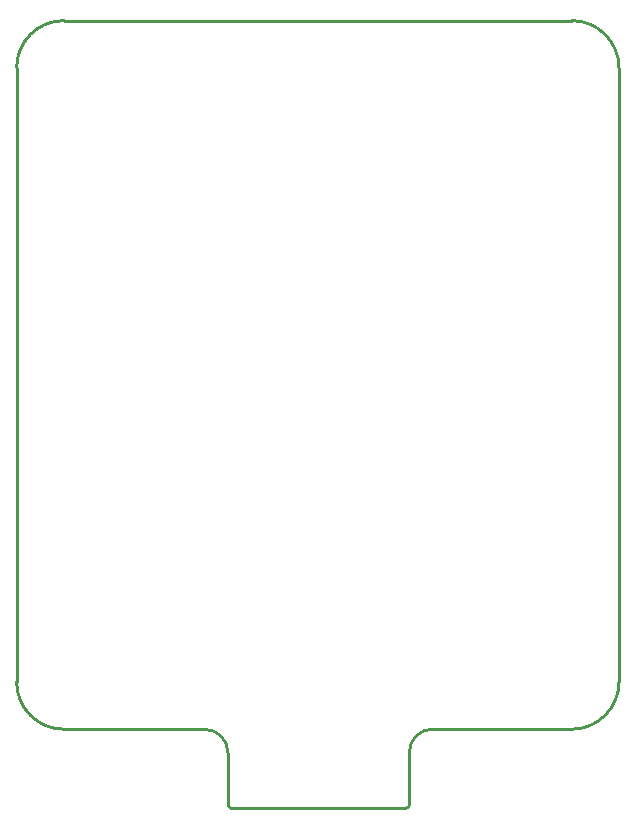
<source format=gbr>
%TF.GenerationSoftware,KiCad,Pcbnew,7.0.6*%
%TF.CreationDate,2023-08-15T19:52:18+12:00*%
%TF.ProjectId,esp32c3-ev-board,65737033-3263-4332-9d65-762d626f6172,rev?*%
%TF.SameCoordinates,Original*%
%TF.FileFunction,Profile,NP*%
%FSLAX46Y46*%
G04 Gerber Fmt 4.6, Leading zero omitted, Abs format (unit mm)*
G04 Created by KiCad (PCBNEW 7.0.6) date 2023-08-15 19:52:18*
%MOMM*%
%LPD*%
G01*
G04 APERTURE LIST*
%TA.AperFunction,Profile*%
%ADD10C,0.250000*%
%TD*%
G04 APERTURE END LIST*
D10*
X155400000Y-116800000D02*
X144100000Y-116800000D01*
X108400000Y-112800000D02*
X108400000Y-60800000D01*
X155400000Y-56800000D02*
X112400000Y-56800000D01*
X127400000Y-123450000D02*
X126500000Y-123450000D01*
X141400000Y-123449998D02*
G75*
G03*
X141649998Y-123250000I25000J224998D01*
G01*
X143600000Y-116800000D02*
G75*
G03*
X141650160Y-118725002I0J-1950000D01*
G01*
X141400000Y-123450000D02*
X127400000Y-123450000D01*
X126300000Y-123250000D02*
G75*
G03*
X126500000Y-123450000I200000J0D01*
G01*
X112400000Y-116800000D02*
X124300000Y-116800000D01*
X126300000Y-118800000D02*
G75*
G03*
X124300000Y-116800000I-2000000J0D01*
G01*
X155400000Y-116800000D02*
G75*
G03*
X159400000Y-112800000I0J4000000D01*
G01*
X159400000Y-60800000D02*
G75*
G03*
X155400000Y-56800000I-4000000J0D01*
G01*
X112400000Y-56800000D02*
G75*
G03*
X108400000Y-60800000I0J-4000000D01*
G01*
X159400000Y-112800000D02*
X159400000Y-60800000D01*
X141650000Y-118725000D02*
X141650000Y-123250000D01*
X144100000Y-116800000D02*
X143600000Y-116800000D01*
X126300000Y-123250000D02*
X126300000Y-122350000D01*
X108400000Y-112800000D02*
G75*
G03*
X112400000Y-116800000I4000000J0D01*
G01*
X126300000Y-118800000D02*
X126300000Y-122350000D01*
M02*

</source>
